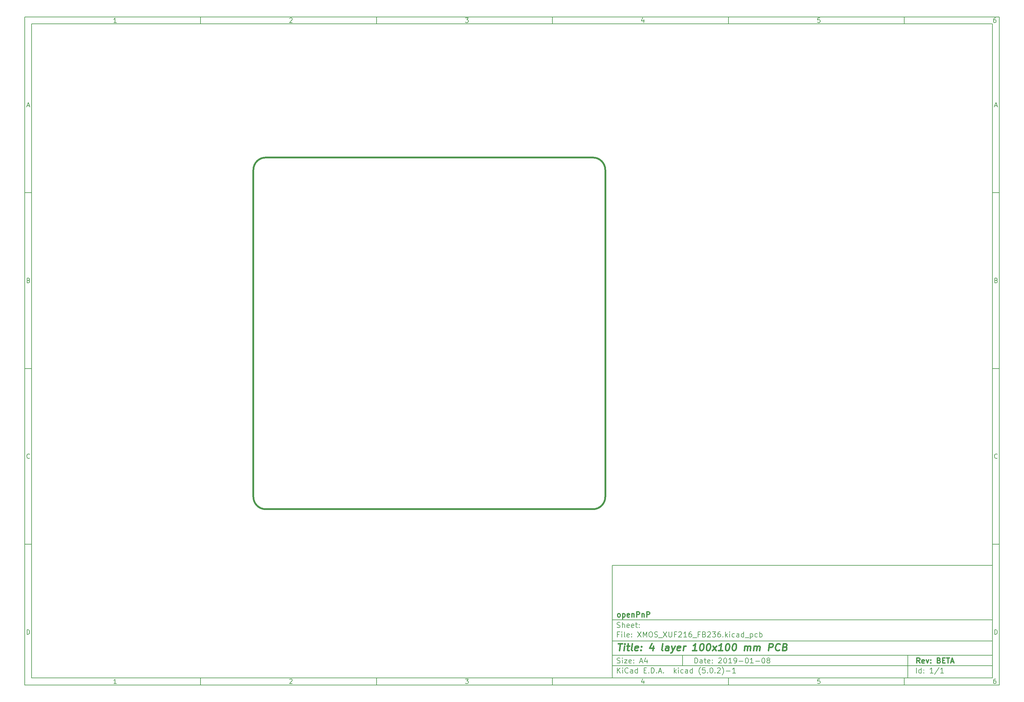
<source format=gbr>
G04 #@! TF.GenerationSoftware,KiCad,Pcbnew,(5.0.2)-1*
G04 #@! TF.CreationDate,2019-01-08T06:01:03+01:00*
G04 #@! TF.ProjectId,XMOS_XUF216_FB236,584d4f53-5f58-4554-9632-31365f464232,BETA*
G04 #@! TF.SameCoordinates,Original*
G04 #@! TF.FileFunction,Profile,NP*
%FSLAX46Y46*%
G04 Gerber Fmt 4.6, Leading zero omitted, Abs format (unit mm)*
G04 Created by KiCad (PCBNEW (5.0.2)-1) date 2019-01-08 06:01:03*
%MOMM*%
%LPD*%
G01*
G04 APERTURE LIST*
%ADD10C,0.100000*%
%ADD11C,0.150000*%
%ADD12C,0.300000*%
%ADD13C,0.400000*%
%ADD14C,0.500000*%
G04 APERTURE END LIST*
D10*
D11*
X177002200Y-166007200D02*
X177002200Y-198007200D01*
X285002200Y-198007200D01*
X285002200Y-166007200D01*
X177002200Y-166007200D01*
D10*
D11*
X10000000Y-10000000D02*
X10000000Y-200007200D01*
X287002200Y-200007200D01*
X287002200Y-10000000D01*
X10000000Y-10000000D01*
D10*
D11*
X12000000Y-12000000D02*
X12000000Y-198007200D01*
X285002200Y-198007200D01*
X285002200Y-12000000D01*
X12000000Y-12000000D01*
D10*
D11*
X60000000Y-12000000D02*
X60000000Y-10000000D01*
D10*
D11*
X110000000Y-12000000D02*
X110000000Y-10000000D01*
D10*
D11*
X160000000Y-12000000D02*
X160000000Y-10000000D01*
D10*
D11*
X210000000Y-12000000D02*
X210000000Y-10000000D01*
D10*
D11*
X260000000Y-12000000D02*
X260000000Y-10000000D01*
D10*
D11*
X36065476Y-11588095D02*
X35322619Y-11588095D01*
X35694047Y-11588095D02*
X35694047Y-10288095D01*
X35570238Y-10473809D01*
X35446428Y-10597619D01*
X35322619Y-10659523D01*
D10*
D11*
X85322619Y-10411904D02*
X85384523Y-10350000D01*
X85508333Y-10288095D01*
X85817857Y-10288095D01*
X85941666Y-10350000D01*
X86003571Y-10411904D01*
X86065476Y-10535714D01*
X86065476Y-10659523D01*
X86003571Y-10845238D01*
X85260714Y-11588095D01*
X86065476Y-11588095D01*
D10*
D11*
X135260714Y-10288095D02*
X136065476Y-10288095D01*
X135632142Y-10783333D01*
X135817857Y-10783333D01*
X135941666Y-10845238D01*
X136003571Y-10907142D01*
X136065476Y-11030952D01*
X136065476Y-11340476D01*
X136003571Y-11464285D01*
X135941666Y-11526190D01*
X135817857Y-11588095D01*
X135446428Y-11588095D01*
X135322619Y-11526190D01*
X135260714Y-11464285D01*
D10*
D11*
X185941666Y-10721428D02*
X185941666Y-11588095D01*
X185632142Y-10226190D02*
X185322619Y-11154761D01*
X186127380Y-11154761D01*
D10*
D11*
X236003571Y-10288095D02*
X235384523Y-10288095D01*
X235322619Y-10907142D01*
X235384523Y-10845238D01*
X235508333Y-10783333D01*
X235817857Y-10783333D01*
X235941666Y-10845238D01*
X236003571Y-10907142D01*
X236065476Y-11030952D01*
X236065476Y-11340476D01*
X236003571Y-11464285D01*
X235941666Y-11526190D01*
X235817857Y-11588095D01*
X235508333Y-11588095D01*
X235384523Y-11526190D01*
X235322619Y-11464285D01*
D10*
D11*
X285941666Y-10288095D02*
X285694047Y-10288095D01*
X285570238Y-10350000D01*
X285508333Y-10411904D01*
X285384523Y-10597619D01*
X285322619Y-10845238D01*
X285322619Y-11340476D01*
X285384523Y-11464285D01*
X285446428Y-11526190D01*
X285570238Y-11588095D01*
X285817857Y-11588095D01*
X285941666Y-11526190D01*
X286003571Y-11464285D01*
X286065476Y-11340476D01*
X286065476Y-11030952D01*
X286003571Y-10907142D01*
X285941666Y-10845238D01*
X285817857Y-10783333D01*
X285570238Y-10783333D01*
X285446428Y-10845238D01*
X285384523Y-10907142D01*
X285322619Y-11030952D01*
D10*
D11*
X60000000Y-198007200D02*
X60000000Y-200007200D01*
D10*
D11*
X110000000Y-198007200D02*
X110000000Y-200007200D01*
D10*
D11*
X160000000Y-198007200D02*
X160000000Y-200007200D01*
D10*
D11*
X210000000Y-198007200D02*
X210000000Y-200007200D01*
D10*
D11*
X260000000Y-198007200D02*
X260000000Y-200007200D01*
D10*
D11*
X36065476Y-199595295D02*
X35322619Y-199595295D01*
X35694047Y-199595295D02*
X35694047Y-198295295D01*
X35570238Y-198481009D01*
X35446428Y-198604819D01*
X35322619Y-198666723D01*
D10*
D11*
X85322619Y-198419104D02*
X85384523Y-198357200D01*
X85508333Y-198295295D01*
X85817857Y-198295295D01*
X85941666Y-198357200D01*
X86003571Y-198419104D01*
X86065476Y-198542914D01*
X86065476Y-198666723D01*
X86003571Y-198852438D01*
X85260714Y-199595295D01*
X86065476Y-199595295D01*
D10*
D11*
X135260714Y-198295295D02*
X136065476Y-198295295D01*
X135632142Y-198790533D01*
X135817857Y-198790533D01*
X135941666Y-198852438D01*
X136003571Y-198914342D01*
X136065476Y-199038152D01*
X136065476Y-199347676D01*
X136003571Y-199471485D01*
X135941666Y-199533390D01*
X135817857Y-199595295D01*
X135446428Y-199595295D01*
X135322619Y-199533390D01*
X135260714Y-199471485D01*
D10*
D11*
X185941666Y-198728628D02*
X185941666Y-199595295D01*
X185632142Y-198233390D02*
X185322619Y-199161961D01*
X186127380Y-199161961D01*
D10*
D11*
X236003571Y-198295295D02*
X235384523Y-198295295D01*
X235322619Y-198914342D01*
X235384523Y-198852438D01*
X235508333Y-198790533D01*
X235817857Y-198790533D01*
X235941666Y-198852438D01*
X236003571Y-198914342D01*
X236065476Y-199038152D01*
X236065476Y-199347676D01*
X236003571Y-199471485D01*
X235941666Y-199533390D01*
X235817857Y-199595295D01*
X235508333Y-199595295D01*
X235384523Y-199533390D01*
X235322619Y-199471485D01*
D10*
D11*
X285941666Y-198295295D02*
X285694047Y-198295295D01*
X285570238Y-198357200D01*
X285508333Y-198419104D01*
X285384523Y-198604819D01*
X285322619Y-198852438D01*
X285322619Y-199347676D01*
X285384523Y-199471485D01*
X285446428Y-199533390D01*
X285570238Y-199595295D01*
X285817857Y-199595295D01*
X285941666Y-199533390D01*
X286003571Y-199471485D01*
X286065476Y-199347676D01*
X286065476Y-199038152D01*
X286003571Y-198914342D01*
X285941666Y-198852438D01*
X285817857Y-198790533D01*
X285570238Y-198790533D01*
X285446428Y-198852438D01*
X285384523Y-198914342D01*
X285322619Y-199038152D01*
D10*
D11*
X10000000Y-60000000D02*
X12000000Y-60000000D01*
D10*
D11*
X10000000Y-110000000D02*
X12000000Y-110000000D01*
D10*
D11*
X10000000Y-160000000D02*
X12000000Y-160000000D01*
D10*
D11*
X10690476Y-35216666D02*
X11309523Y-35216666D01*
X10566666Y-35588095D02*
X11000000Y-34288095D01*
X11433333Y-35588095D01*
D10*
D11*
X11092857Y-84907142D02*
X11278571Y-84969047D01*
X11340476Y-85030952D01*
X11402380Y-85154761D01*
X11402380Y-85340476D01*
X11340476Y-85464285D01*
X11278571Y-85526190D01*
X11154761Y-85588095D01*
X10659523Y-85588095D01*
X10659523Y-84288095D01*
X11092857Y-84288095D01*
X11216666Y-84350000D01*
X11278571Y-84411904D01*
X11340476Y-84535714D01*
X11340476Y-84659523D01*
X11278571Y-84783333D01*
X11216666Y-84845238D01*
X11092857Y-84907142D01*
X10659523Y-84907142D01*
D10*
D11*
X11402380Y-135464285D02*
X11340476Y-135526190D01*
X11154761Y-135588095D01*
X11030952Y-135588095D01*
X10845238Y-135526190D01*
X10721428Y-135402380D01*
X10659523Y-135278571D01*
X10597619Y-135030952D01*
X10597619Y-134845238D01*
X10659523Y-134597619D01*
X10721428Y-134473809D01*
X10845238Y-134350000D01*
X11030952Y-134288095D01*
X11154761Y-134288095D01*
X11340476Y-134350000D01*
X11402380Y-134411904D01*
D10*
D11*
X10659523Y-185588095D02*
X10659523Y-184288095D01*
X10969047Y-184288095D01*
X11154761Y-184350000D01*
X11278571Y-184473809D01*
X11340476Y-184597619D01*
X11402380Y-184845238D01*
X11402380Y-185030952D01*
X11340476Y-185278571D01*
X11278571Y-185402380D01*
X11154761Y-185526190D01*
X10969047Y-185588095D01*
X10659523Y-185588095D01*
D10*
D11*
X287002200Y-60000000D02*
X285002200Y-60000000D01*
D10*
D11*
X287002200Y-110000000D02*
X285002200Y-110000000D01*
D10*
D11*
X287002200Y-160000000D02*
X285002200Y-160000000D01*
D10*
D11*
X285692676Y-35216666D02*
X286311723Y-35216666D01*
X285568866Y-35588095D02*
X286002200Y-34288095D01*
X286435533Y-35588095D01*
D10*
D11*
X286095057Y-84907142D02*
X286280771Y-84969047D01*
X286342676Y-85030952D01*
X286404580Y-85154761D01*
X286404580Y-85340476D01*
X286342676Y-85464285D01*
X286280771Y-85526190D01*
X286156961Y-85588095D01*
X285661723Y-85588095D01*
X285661723Y-84288095D01*
X286095057Y-84288095D01*
X286218866Y-84350000D01*
X286280771Y-84411904D01*
X286342676Y-84535714D01*
X286342676Y-84659523D01*
X286280771Y-84783333D01*
X286218866Y-84845238D01*
X286095057Y-84907142D01*
X285661723Y-84907142D01*
D10*
D11*
X286404580Y-135464285D02*
X286342676Y-135526190D01*
X286156961Y-135588095D01*
X286033152Y-135588095D01*
X285847438Y-135526190D01*
X285723628Y-135402380D01*
X285661723Y-135278571D01*
X285599819Y-135030952D01*
X285599819Y-134845238D01*
X285661723Y-134597619D01*
X285723628Y-134473809D01*
X285847438Y-134350000D01*
X286033152Y-134288095D01*
X286156961Y-134288095D01*
X286342676Y-134350000D01*
X286404580Y-134411904D01*
D10*
D11*
X285661723Y-185588095D02*
X285661723Y-184288095D01*
X285971247Y-184288095D01*
X286156961Y-184350000D01*
X286280771Y-184473809D01*
X286342676Y-184597619D01*
X286404580Y-184845238D01*
X286404580Y-185030952D01*
X286342676Y-185278571D01*
X286280771Y-185402380D01*
X286156961Y-185526190D01*
X285971247Y-185588095D01*
X285661723Y-185588095D01*
D10*
D11*
X200434342Y-193785771D02*
X200434342Y-192285771D01*
X200791485Y-192285771D01*
X201005771Y-192357200D01*
X201148628Y-192500057D01*
X201220057Y-192642914D01*
X201291485Y-192928628D01*
X201291485Y-193142914D01*
X201220057Y-193428628D01*
X201148628Y-193571485D01*
X201005771Y-193714342D01*
X200791485Y-193785771D01*
X200434342Y-193785771D01*
X202577200Y-193785771D02*
X202577200Y-193000057D01*
X202505771Y-192857200D01*
X202362914Y-192785771D01*
X202077200Y-192785771D01*
X201934342Y-192857200D01*
X202577200Y-193714342D02*
X202434342Y-193785771D01*
X202077200Y-193785771D01*
X201934342Y-193714342D01*
X201862914Y-193571485D01*
X201862914Y-193428628D01*
X201934342Y-193285771D01*
X202077200Y-193214342D01*
X202434342Y-193214342D01*
X202577200Y-193142914D01*
X203077200Y-192785771D02*
X203648628Y-192785771D01*
X203291485Y-192285771D02*
X203291485Y-193571485D01*
X203362914Y-193714342D01*
X203505771Y-193785771D01*
X203648628Y-193785771D01*
X204720057Y-193714342D02*
X204577200Y-193785771D01*
X204291485Y-193785771D01*
X204148628Y-193714342D01*
X204077200Y-193571485D01*
X204077200Y-193000057D01*
X204148628Y-192857200D01*
X204291485Y-192785771D01*
X204577200Y-192785771D01*
X204720057Y-192857200D01*
X204791485Y-193000057D01*
X204791485Y-193142914D01*
X204077200Y-193285771D01*
X205434342Y-193642914D02*
X205505771Y-193714342D01*
X205434342Y-193785771D01*
X205362914Y-193714342D01*
X205434342Y-193642914D01*
X205434342Y-193785771D01*
X205434342Y-192857200D02*
X205505771Y-192928628D01*
X205434342Y-193000057D01*
X205362914Y-192928628D01*
X205434342Y-192857200D01*
X205434342Y-193000057D01*
X207220057Y-192428628D02*
X207291485Y-192357200D01*
X207434342Y-192285771D01*
X207791485Y-192285771D01*
X207934342Y-192357200D01*
X208005771Y-192428628D01*
X208077200Y-192571485D01*
X208077200Y-192714342D01*
X208005771Y-192928628D01*
X207148628Y-193785771D01*
X208077200Y-193785771D01*
X209005771Y-192285771D02*
X209148628Y-192285771D01*
X209291485Y-192357200D01*
X209362914Y-192428628D01*
X209434342Y-192571485D01*
X209505771Y-192857200D01*
X209505771Y-193214342D01*
X209434342Y-193500057D01*
X209362914Y-193642914D01*
X209291485Y-193714342D01*
X209148628Y-193785771D01*
X209005771Y-193785771D01*
X208862914Y-193714342D01*
X208791485Y-193642914D01*
X208720057Y-193500057D01*
X208648628Y-193214342D01*
X208648628Y-192857200D01*
X208720057Y-192571485D01*
X208791485Y-192428628D01*
X208862914Y-192357200D01*
X209005771Y-192285771D01*
X210934342Y-193785771D02*
X210077200Y-193785771D01*
X210505771Y-193785771D02*
X210505771Y-192285771D01*
X210362914Y-192500057D01*
X210220057Y-192642914D01*
X210077200Y-192714342D01*
X211648628Y-193785771D02*
X211934342Y-193785771D01*
X212077200Y-193714342D01*
X212148628Y-193642914D01*
X212291485Y-193428628D01*
X212362914Y-193142914D01*
X212362914Y-192571485D01*
X212291485Y-192428628D01*
X212220057Y-192357200D01*
X212077200Y-192285771D01*
X211791485Y-192285771D01*
X211648628Y-192357200D01*
X211577200Y-192428628D01*
X211505771Y-192571485D01*
X211505771Y-192928628D01*
X211577200Y-193071485D01*
X211648628Y-193142914D01*
X211791485Y-193214342D01*
X212077200Y-193214342D01*
X212220057Y-193142914D01*
X212291485Y-193071485D01*
X212362914Y-192928628D01*
X213005771Y-193214342D02*
X214148628Y-193214342D01*
X215148628Y-192285771D02*
X215291485Y-192285771D01*
X215434342Y-192357200D01*
X215505771Y-192428628D01*
X215577200Y-192571485D01*
X215648628Y-192857200D01*
X215648628Y-193214342D01*
X215577200Y-193500057D01*
X215505771Y-193642914D01*
X215434342Y-193714342D01*
X215291485Y-193785771D01*
X215148628Y-193785771D01*
X215005771Y-193714342D01*
X214934342Y-193642914D01*
X214862914Y-193500057D01*
X214791485Y-193214342D01*
X214791485Y-192857200D01*
X214862914Y-192571485D01*
X214934342Y-192428628D01*
X215005771Y-192357200D01*
X215148628Y-192285771D01*
X217077200Y-193785771D02*
X216220057Y-193785771D01*
X216648628Y-193785771D02*
X216648628Y-192285771D01*
X216505771Y-192500057D01*
X216362914Y-192642914D01*
X216220057Y-192714342D01*
X217720057Y-193214342D02*
X218862914Y-193214342D01*
X219862914Y-192285771D02*
X220005771Y-192285771D01*
X220148628Y-192357200D01*
X220220057Y-192428628D01*
X220291485Y-192571485D01*
X220362914Y-192857200D01*
X220362914Y-193214342D01*
X220291485Y-193500057D01*
X220220057Y-193642914D01*
X220148628Y-193714342D01*
X220005771Y-193785771D01*
X219862914Y-193785771D01*
X219720057Y-193714342D01*
X219648628Y-193642914D01*
X219577200Y-193500057D01*
X219505771Y-193214342D01*
X219505771Y-192857200D01*
X219577200Y-192571485D01*
X219648628Y-192428628D01*
X219720057Y-192357200D01*
X219862914Y-192285771D01*
X221220057Y-192928628D02*
X221077200Y-192857200D01*
X221005771Y-192785771D01*
X220934342Y-192642914D01*
X220934342Y-192571485D01*
X221005771Y-192428628D01*
X221077200Y-192357200D01*
X221220057Y-192285771D01*
X221505771Y-192285771D01*
X221648628Y-192357200D01*
X221720057Y-192428628D01*
X221791485Y-192571485D01*
X221791485Y-192642914D01*
X221720057Y-192785771D01*
X221648628Y-192857200D01*
X221505771Y-192928628D01*
X221220057Y-192928628D01*
X221077200Y-193000057D01*
X221005771Y-193071485D01*
X220934342Y-193214342D01*
X220934342Y-193500057D01*
X221005771Y-193642914D01*
X221077200Y-193714342D01*
X221220057Y-193785771D01*
X221505771Y-193785771D01*
X221648628Y-193714342D01*
X221720057Y-193642914D01*
X221791485Y-193500057D01*
X221791485Y-193214342D01*
X221720057Y-193071485D01*
X221648628Y-193000057D01*
X221505771Y-192928628D01*
D10*
D11*
X177002200Y-194507200D02*
X285002200Y-194507200D01*
D10*
D11*
X178434342Y-196585771D02*
X178434342Y-195085771D01*
X179291485Y-196585771D02*
X178648628Y-195728628D01*
X179291485Y-195085771D02*
X178434342Y-195942914D01*
X179934342Y-196585771D02*
X179934342Y-195585771D01*
X179934342Y-195085771D02*
X179862914Y-195157200D01*
X179934342Y-195228628D01*
X180005771Y-195157200D01*
X179934342Y-195085771D01*
X179934342Y-195228628D01*
X181505771Y-196442914D02*
X181434342Y-196514342D01*
X181220057Y-196585771D01*
X181077200Y-196585771D01*
X180862914Y-196514342D01*
X180720057Y-196371485D01*
X180648628Y-196228628D01*
X180577200Y-195942914D01*
X180577200Y-195728628D01*
X180648628Y-195442914D01*
X180720057Y-195300057D01*
X180862914Y-195157200D01*
X181077200Y-195085771D01*
X181220057Y-195085771D01*
X181434342Y-195157200D01*
X181505771Y-195228628D01*
X182791485Y-196585771D02*
X182791485Y-195800057D01*
X182720057Y-195657200D01*
X182577200Y-195585771D01*
X182291485Y-195585771D01*
X182148628Y-195657200D01*
X182791485Y-196514342D02*
X182648628Y-196585771D01*
X182291485Y-196585771D01*
X182148628Y-196514342D01*
X182077200Y-196371485D01*
X182077200Y-196228628D01*
X182148628Y-196085771D01*
X182291485Y-196014342D01*
X182648628Y-196014342D01*
X182791485Y-195942914D01*
X184148628Y-196585771D02*
X184148628Y-195085771D01*
X184148628Y-196514342D02*
X184005771Y-196585771D01*
X183720057Y-196585771D01*
X183577200Y-196514342D01*
X183505771Y-196442914D01*
X183434342Y-196300057D01*
X183434342Y-195871485D01*
X183505771Y-195728628D01*
X183577200Y-195657200D01*
X183720057Y-195585771D01*
X184005771Y-195585771D01*
X184148628Y-195657200D01*
X186005771Y-195800057D02*
X186505771Y-195800057D01*
X186720057Y-196585771D02*
X186005771Y-196585771D01*
X186005771Y-195085771D01*
X186720057Y-195085771D01*
X187362914Y-196442914D02*
X187434342Y-196514342D01*
X187362914Y-196585771D01*
X187291485Y-196514342D01*
X187362914Y-196442914D01*
X187362914Y-196585771D01*
X188077200Y-196585771D02*
X188077200Y-195085771D01*
X188434342Y-195085771D01*
X188648628Y-195157200D01*
X188791485Y-195300057D01*
X188862914Y-195442914D01*
X188934342Y-195728628D01*
X188934342Y-195942914D01*
X188862914Y-196228628D01*
X188791485Y-196371485D01*
X188648628Y-196514342D01*
X188434342Y-196585771D01*
X188077200Y-196585771D01*
X189577200Y-196442914D02*
X189648628Y-196514342D01*
X189577200Y-196585771D01*
X189505771Y-196514342D01*
X189577200Y-196442914D01*
X189577200Y-196585771D01*
X190220057Y-196157200D02*
X190934342Y-196157200D01*
X190077200Y-196585771D02*
X190577200Y-195085771D01*
X191077200Y-196585771D01*
X191577200Y-196442914D02*
X191648628Y-196514342D01*
X191577200Y-196585771D01*
X191505771Y-196514342D01*
X191577200Y-196442914D01*
X191577200Y-196585771D01*
X194577200Y-196585771D02*
X194577200Y-195085771D01*
X194720057Y-196014342D02*
X195148628Y-196585771D01*
X195148628Y-195585771D02*
X194577200Y-196157200D01*
X195791485Y-196585771D02*
X195791485Y-195585771D01*
X195791485Y-195085771D02*
X195720057Y-195157200D01*
X195791485Y-195228628D01*
X195862914Y-195157200D01*
X195791485Y-195085771D01*
X195791485Y-195228628D01*
X197148628Y-196514342D02*
X197005771Y-196585771D01*
X196720057Y-196585771D01*
X196577200Y-196514342D01*
X196505771Y-196442914D01*
X196434342Y-196300057D01*
X196434342Y-195871485D01*
X196505771Y-195728628D01*
X196577200Y-195657200D01*
X196720057Y-195585771D01*
X197005771Y-195585771D01*
X197148628Y-195657200D01*
X198434342Y-196585771D02*
X198434342Y-195800057D01*
X198362914Y-195657200D01*
X198220057Y-195585771D01*
X197934342Y-195585771D01*
X197791485Y-195657200D01*
X198434342Y-196514342D02*
X198291485Y-196585771D01*
X197934342Y-196585771D01*
X197791485Y-196514342D01*
X197720057Y-196371485D01*
X197720057Y-196228628D01*
X197791485Y-196085771D01*
X197934342Y-196014342D01*
X198291485Y-196014342D01*
X198434342Y-195942914D01*
X199791485Y-196585771D02*
X199791485Y-195085771D01*
X199791485Y-196514342D02*
X199648628Y-196585771D01*
X199362914Y-196585771D01*
X199220057Y-196514342D01*
X199148628Y-196442914D01*
X199077200Y-196300057D01*
X199077200Y-195871485D01*
X199148628Y-195728628D01*
X199220057Y-195657200D01*
X199362914Y-195585771D01*
X199648628Y-195585771D01*
X199791485Y-195657200D01*
X202077200Y-197157200D02*
X202005771Y-197085771D01*
X201862914Y-196871485D01*
X201791485Y-196728628D01*
X201720057Y-196514342D01*
X201648628Y-196157200D01*
X201648628Y-195871485D01*
X201720057Y-195514342D01*
X201791485Y-195300057D01*
X201862914Y-195157200D01*
X202005771Y-194942914D01*
X202077200Y-194871485D01*
X203362914Y-195085771D02*
X202648628Y-195085771D01*
X202577200Y-195800057D01*
X202648628Y-195728628D01*
X202791485Y-195657200D01*
X203148628Y-195657200D01*
X203291485Y-195728628D01*
X203362914Y-195800057D01*
X203434342Y-195942914D01*
X203434342Y-196300057D01*
X203362914Y-196442914D01*
X203291485Y-196514342D01*
X203148628Y-196585771D01*
X202791485Y-196585771D01*
X202648628Y-196514342D01*
X202577200Y-196442914D01*
X204077200Y-196442914D02*
X204148628Y-196514342D01*
X204077200Y-196585771D01*
X204005771Y-196514342D01*
X204077200Y-196442914D01*
X204077200Y-196585771D01*
X205077200Y-195085771D02*
X205220057Y-195085771D01*
X205362914Y-195157200D01*
X205434342Y-195228628D01*
X205505771Y-195371485D01*
X205577200Y-195657200D01*
X205577200Y-196014342D01*
X205505771Y-196300057D01*
X205434342Y-196442914D01*
X205362914Y-196514342D01*
X205220057Y-196585771D01*
X205077200Y-196585771D01*
X204934342Y-196514342D01*
X204862914Y-196442914D01*
X204791485Y-196300057D01*
X204720057Y-196014342D01*
X204720057Y-195657200D01*
X204791485Y-195371485D01*
X204862914Y-195228628D01*
X204934342Y-195157200D01*
X205077200Y-195085771D01*
X206220057Y-196442914D02*
X206291485Y-196514342D01*
X206220057Y-196585771D01*
X206148628Y-196514342D01*
X206220057Y-196442914D01*
X206220057Y-196585771D01*
X206862914Y-195228628D02*
X206934342Y-195157200D01*
X207077200Y-195085771D01*
X207434342Y-195085771D01*
X207577200Y-195157200D01*
X207648628Y-195228628D01*
X207720057Y-195371485D01*
X207720057Y-195514342D01*
X207648628Y-195728628D01*
X206791485Y-196585771D01*
X207720057Y-196585771D01*
X208220057Y-197157200D02*
X208291485Y-197085771D01*
X208434342Y-196871485D01*
X208505771Y-196728628D01*
X208577200Y-196514342D01*
X208648628Y-196157200D01*
X208648628Y-195871485D01*
X208577200Y-195514342D01*
X208505771Y-195300057D01*
X208434342Y-195157200D01*
X208291485Y-194942914D01*
X208220057Y-194871485D01*
X209362914Y-196014342D02*
X210505771Y-196014342D01*
X212005771Y-196585771D02*
X211148628Y-196585771D01*
X211577200Y-196585771D02*
X211577200Y-195085771D01*
X211434342Y-195300057D01*
X211291485Y-195442914D01*
X211148628Y-195514342D01*
D10*
D11*
X177002200Y-191507200D02*
X285002200Y-191507200D01*
D10*
D12*
X264411485Y-193785771D02*
X263911485Y-193071485D01*
X263554342Y-193785771D02*
X263554342Y-192285771D01*
X264125771Y-192285771D01*
X264268628Y-192357200D01*
X264340057Y-192428628D01*
X264411485Y-192571485D01*
X264411485Y-192785771D01*
X264340057Y-192928628D01*
X264268628Y-193000057D01*
X264125771Y-193071485D01*
X263554342Y-193071485D01*
X265625771Y-193714342D02*
X265482914Y-193785771D01*
X265197200Y-193785771D01*
X265054342Y-193714342D01*
X264982914Y-193571485D01*
X264982914Y-193000057D01*
X265054342Y-192857200D01*
X265197200Y-192785771D01*
X265482914Y-192785771D01*
X265625771Y-192857200D01*
X265697200Y-193000057D01*
X265697200Y-193142914D01*
X264982914Y-193285771D01*
X266197200Y-192785771D02*
X266554342Y-193785771D01*
X266911485Y-192785771D01*
X267482914Y-193642914D02*
X267554342Y-193714342D01*
X267482914Y-193785771D01*
X267411485Y-193714342D01*
X267482914Y-193642914D01*
X267482914Y-193785771D01*
X267482914Y-192857200D02*
X267554342Y-192928628D01*
X267482914Y-193000057D01*
X267411485Y-192928628D01*
X267482914Y-192857200D01*
X267482914Y-193000057D01*
X269840057Y-193000057D02*
X270054342Y-193071485D01*
X270125771Y-193142914D01*
X270197200Y-193285771D01*
X270197200Y-193500057D01*
X270125771Y-193642914D01*
X270054342Y-193714342D01*
X269911485Y-193785771D01*
X269340057Y-193785771D01*
X269340057Y-192285771D01*
X269840057Y-192285771D01*
X269982914Y-192357200D01*
X270054342Y-192428628D01*
X270125771Y-192571485D01*
X270125771Y-192714342D01*
X270054342Y-192857200D01*
X269982914Y-192928628D01*
X269840057Y-193000057D01*
X269340057Y-193000057D01*
X270840057Y-193000057D02*
X271340057Y-193000057D01*
X271554342Y-193785771D02*
X270840057Y-193785771D01*
X270840057Y-192285771D01*
X271554342Y-192285771D01*
X271982914Y-192285771D02*
X272840057Y-192285771D01*
X272411485Y-193785771D02*
X272411485Y-192285771D01*
X273268628Y-193357200D02*
X273982914Y-193357200D01*
X273125771Y-193785771D02*
X273625771Y-192285771D01*
X274125771Y-193785771D01*
D10*
D11*
X178362914Y-193714342D02*
X178577200Y-193785771D01*
X178934342Y-193785771D01*
X179077200Y-193714342D01*
X179148628Y-193642914D01*
X179220057Y-193500057D01*
X179220057Y-193357200D01*
X179148628Y-193214342D01*
X179077200Y-193142914D01*
X178934342Y-193071485D01*
X178648628Y-193000057D01*
X178505771Y-192928628D01*
X178434342Y-192857200D01*
X178362914Y-192714342D01*
X178362914Y-192571485D01*
X178434342Y-192428628D01*
X178505771Y-192357200D01*
X178648628Y-192285771D01*
X179005771Y-192285771D01*
X179220057Y-192357200D01*
X179862914Y-193785771D02*
X179862914Y-192785771D01*
X179862914Y-192285771D02*
X179791485Y-192357200D01*
X179862914Y-192428628D01*
X179934342Y-192357200D01*
X179862914Y-192285771D01*
X179862914Y-192428628D01*
X180434342Y-192785771D02*
X181220057Y-192785771D01*
X180434342Y-193785771D01*
X181220057Y-193785771D01*
X182362914Y-193714342D02*
X182220057Y-193785771D01*
X181934342Y-193785771D01*
X181791485Y-193714342D01*
X181720057Y-193571485D01*
X181720057Y-193000057D01*
X181791485Y-192857200D01*
X181934342Y-192785771D01*
X182220057Y-192785771D01*
X182362914Y-192857200D01*
X182434342Y-193000057D01*
X182434342Y-193142914D01*
X181720057Y-193285771D01*
X183077200Y-193642914D02*
X183148628Y-193714342D01*
X183077200Y-193785771D01*
X183005771Y-193714342D01*
X183077200Y-193642914D01*
X183077200Y-193785771D01*
X183077200Y-192857200D02*
X183148628Y-192928628D01*
X183077200Y-193000057D01*
X183005771Y-192928628D01*
X183077200Y-192857200D01*
X183077200Y-193000057D01*
X184862914Y-193357200D02*
X185577200Y-193357200D01*
X184720057Y-193785771D02*
X185220057Y-192285771D01*
X185720057Y-193785771D01*
X186862914Y-192785771D02*
X186862914Y-193785771D01*
X186505771Y-192214342D02*
X186148628Y-193285771D01*
X187077200Y-193285771D01*
D10*
D11*
X263434342Y-196585771D02*
X263434342Y-195085771D01*
X264791485Y-196585771D02*
X264791485Y-195085771D01*
X264791485Y-196514342D02*
X264648628Y-196585771D01*
X264362914Y-196585771D01*
X264220057Y-196514342D01*
X264148628Y-196442914D01*
X264077200Y-196300057D01*
X264077200Y-195871485D01*
X264148628Y-195728628D01*
X264220057Y-195657200D01*
X264362914Y-195585771D01*
X264648628Y-195585771D01*
X264791485Y-195657200D01*
X265505771Y-196442914D02*
X265577200Y-196514342D01*
X265505771Y-196585771D01*
X265434342Y-196514342D01*
X265505771Y-196442914D01*
X265505771Y-196585771D01*
X265505771Y-195657200D02*
X265577200Y-195728628D01*
X265505771Y-195800057D01*
X265434342Y-195728628D01*
X265505771Y-195657200D01*
X265505771Y-195800057D01*
X268148628Y-196585771D02*
X267291485Y-196585771D01*
X267720057Y-196585771D02*
X267720057Y-195085771D01*
X267577200Y-195300057D01*
X267434342Y-195442914D01*
X267291485Y-195514342D01*
X269862914Y-195014342D02*
X268577200Y-196942914D01*
X271148628Y-196585771D02*
X270291485Y-196585771D01*
X270720057Y-196585771D02*
X270720057Y-195085771D01*
X270577200Y-195300057D01*
X270434342Y-195442914D01*
X270291485Y-195514342D01*
D10*
D11*
X177002200Y-187507200D02*
X285002200Y-187507200D01*
D10*
D13*
X178714580Y-188211961D02*
X179857438Y-188211961D01*
X179036009Y-190211961D02*
X179286009Y-188211961D01*
X180274104Y-190211961D02*
X180440771Y-188878628D01*
X180524104Y-188211961D02*
X180416961Y-188307200D01*
X180500295Y-188402438D01*
X180607438Y-188307200D01*
X180524104Y-188211961D01*
X180500295Y-188402438D01*
X181107438Y-188878628D02*
X181869342Y-188878628D01*
X181476485Y-188211961D02*
X181262200Y-189926247D01*
X181333628Y-190116723D01*
X181512200Y-190211961D01*
X181702676Y-190211961D01*
X182655057Y-190211961D02*
X182476485Y-190116723D01*
X182405057Y-189926247D01*
X182619342Y-188211961D01*
X184190771Y-190116723D02*
X183988390Y-190211961D01*
X183607438Y-190211961D01*
X183428866Y-190116723D01*
X183357438Y-189926247D01*
X183452676Y-189164342D01*
X183571723Y-188973866D01*
X183774104Y-188878628D01*
X184155057Y-188878628D01*
X184333628Y-188973866D01*
X184405057Y-189164342D01*
X184381247Y-189354819D01*
X183405057Y-189545295D01*
X185155057Y-190021485D02*
X185238390Y-190116723D01*
X185131247Y-190211961D01*
X185047914Y-190116723D01*
X185155057Y-190021485D01*
X185131247Y-190211961D01*
X185286009Y-188973866D02*
X185369342Y-189069104D01*
X185262200Y-189164342D01*
X185178866Y-189069104D01*
X185286009Y-188973866D01*
X185262200Y-189164342D01*
X188631247Y-188878628D02*
X188464580Y-190211961D01*
X188250295Y-188116723D02*
X187595533Y-189545295D01*
X188833628Y-189545295D01*
X191321723Y-190211961D02*
X191143152Y-190116723D01*
X191071723Y-189926247D01*
X191286009Y-188211961D01*
X192940771Y-190211961D02*
X193071723Y-189164342D01*
X193000295Y-188973866D01*
X192821723Y-188878628D01*
X192440771Y-188878628D01*
X192238390Y-188973866D01*
X192952676Y-190116723D02*
X192750295Y-190211961D01*
X192274104Y-190211961D01*
X192095533Y-190116723D01*
X192024104Y-189926247D01*
X192047914Y-189735771D01*
X192166961Y-189545295D01*
X192369342Y-189450057D01*
X192845533Y-189450057D01*
X193047914Y-189354819D01*
X193869342Y-188878628D02*
X194178866Y-190211961D01*
X194821723Y-188878628D02*
X194178866Y-190211961D01*
X193928866Y-190688152D01*
X193821723Y-190783390D01*
X193619342Y-190878628D01*
X196190771Y-190116723D02*
X195988390Y-190211961D01*
X195607438Y-190211961D01*
X195428866Y-190116723D01*
X195357438Y-189926247D01*
X195452676Y-189164342D01*
X195571723Y-188973866D01*
X195774104Y-188878628D01*
X196155057Y-188878628D01*
X196333628Y-188973866D01*
X196405057Y-189164342D01*
X196381247Y-189354819D01*
X195405057Y-189545295D01*
X197131247Y-190211961D02*
X197297914Y-188878628D01*
X197250295Y-189259580D02*
X197369342Y-189069104D01*
X197476485Y-188973866D01*
X197678866Y-188878628D01*
X197869342Y-188878628D01*
X200940771Y-190211961D02*
X199797914Y-190211961D01*
X200369342Y-190211961D02*
X200619342Y-188211961D01*
X200393152Y-188497676D01*
X200178866Y-188688152D01*
X199976485Y-188783390D01*
X202428866Y-188211961D02*
X202619342Y-188211961D01*
X202797914Y-188307200D01*
X202881247Y-188402438D01*
X202952676Y-188592914D01*
X203000295Y-188973866D01*
X202940771Y-189450057D01*
X202797914Y-189831009D01*
X202678866Y-190021485D01*
X202571723Y-190116723D01*
X202369342Y-190211961D01*
X202178866Y-190211961D01*
X202000295Y-190116723D01*
X201916961Y-190021485D01*
X201845533Y-189831009D01*
X201797914Y-189450057D01*
X201857438Y-188973866D01*
X202000295Y-188592914D01*
X202119342Y-188402438D01*
X202226485Y-188307200D01*
X202428866Y-188211961D01*
X204333628Y-188211961D02*
X204524104Y-188211961D01*
X204702676Y-188307200D01*
X204786009Y-188402438D01*
X204857438Y-188592914D01*
X204905057Y-188973866D01*
X204845533Y-189450057D01*
X204702676Y-189831009D01*
X204583628Y-190021485D01*
X204476485Y-190116723D01*
X204274104Y-190211961D01*
X204083628Y-190211961D01*
X203905057Y-190116723D01*
X203821723Y-190021485D01*
X203750295Y-189831009D01*
X203702676Y-189450057D01*
X203762200Y-188973866D01*
X203905057Y-188592914D01*
X204024104Y-188402438D01*
X204131247Y-188307200D01*
X204333628Y-188211961D01*
X205416961Y-190211961D02*
X206631247Y-188878628D01*
X205583628Y-188878628D02*
X206464580Y-190211961D01*
X208274104Y-190211961D02*
X207131247Y-190211961D01*
X207702676Y-190211961D02*
X207952676Y-188211961D01*
X207726485Y-188497676D01*
X207512200Y-188688152D01*
X207309819Y-188783390D01*
X209762200Y-188211961D02*
X209952676Y-188211961D01*
X210131247Y-188307200D01*
X210214580Y-188402438D01*
X210286009Y-188592914D01*
X210333628Y-188973866D01*
X210274104Y-189450057D01*
X210131247Y-189831009D01*
X210012200Y-190021485D01*
X209905057Y-190116723D01*
X209702676Y-190211961D01*
X209512200Y-190211961D01*
X209333628Y-190116723D01*
X209250295Y-190021485D01*
X209178866Y-189831009D01*
X209131247Y-189450057D01*
X209190771Y-188973866D01*
X209333628Y-188592914D01*
X209452676Y-188402438D01*
X209559819Y-188307200D01*
X209762200Y-188211961D01*
X211666961Y-188211961D02*
X211857438Y-188211961D01*
X212036009Y-188307200D01*
X212119342Y-188402438D01*
X212190771Y-188592914D01*
X212238390Y-188973866D01*
X212178866Y-189450057D01*
X212036009Y-189831009D01*
X211916961Y-190021485D01*
X211809819Y-190116723D01*
X211607438Y-190211961D01*
X211416961Y-190211961D01*
X211238390Y-190116723D01*
X211155057Y-190021485D01*
X211083628Y-189831009D01*
X211036009Y-189450057D01*
X211095533Y-188973866D01*
X211238390Y-188592914D01*
X211357438Y-188402438D01*
X211464580Y-188307200D01*
X211666961Y-188211961D01*
X214464580Y-190211961D02*
X214631247Y-188878628D01*
X214607438Y-189069104D02*
X214714580Y-188973866D01*
X214916961Y-188878628D01*
X215202676Y-188878628D01*
X215381247Y-188973866D01*
X215452676Y-189164342D01*
X215321723Y-190211961D01*
X215452676Y-189164342D02*
X215571723Y-188973866D01*
X215774104Y-188878628D01*
X216059819Y-188878628D01*
X216238390Y-188973866D01*
X216309819Y-189164342D01*
X216178866Y-190211961D01*
X217131247Y-190211961D02*
X217297914Y-188878628D01*
X217274104Y-189069104D02*
X217381247Y-188973866D01*
X217583628Y-188878628D01*
X217869342Y-188878628D01*
X218047914Y-188973866D01*
X218119342Y-189164342D01*
X217988390Y-190211961D01*
X218119342Y-189164342D02*
X218238390Y-188973866D01*
X218440771Y-188878628D01*
X218726485Y-188878628D01*
X218905057Y-188973866D01*
X218976485Y-189164342D01*
X218845533Y-190211961D01*
X221321723Y-190211961D02*
X221571723Y-188211961D01*
X222333628Y-188211961D01*
X222512199Y-188307200D01*
X222595533Y-188402438D01*
X222666961Y-188592914D01*
X222631247Y-188878628D01*
X222512199Y-189069104D01*
X222405057Y-189164342D01*
X222202676Y-189259580D01*
X221440771Y-189259580D01*
X224488390Y-190021485D02*
X224381247Y-190116723D01*
X224083628Y-190211961D01*
X223893152Y-190211961D01*
X223619342Y-190116723D01*
X223452676Y-189926247D01*
X223381247Y-189735771D01*
X223333628Y-189354819D01*
X223369342Y-189069104D01*
X223512200Y-188688152D01*
X223631247Y-188497676D01*
X223845533Y-188307200D01*
X224143152Y-188211961D01*
X224333628Y-188211961D01*
X224607438Y-188307200D01*
X224690771Y-188402438D01*
X226119342Y-189164342D02*
X226393152Y-189259580D01*
X226476485Y-189354819D01*
X226547914Y-189545295D01*
X226512199Y-189831009D01*
X226393152Y-190021485D01*
X226286009Y-190116723D01*
X226083628Y-190211961D01*
X225321723Y-190211961D01*
X225571723Y-188211961D01*
X226238390Y-188211961D01*
X226416961Y-188307200D01*
X226500295Y-188402438D01*
X226571723Y-188592914D01*
X226547914Y-188783390D01*
X226428866Y-188973866D01*
X226321723Y-189069104D01*
X226119342Y-189164342D01*
X225452676Y-189164342D01*
D10*
D11*
X178934342Y-185600057D02*
X178434342Y-185600057D01*
X178434342Y-186385771D02*
X178434342Y-184885771D01*
X179148628Y-184885771D01*
X179720057Y-186385771D02*
X179720057Y-185385771D01*
X179720057Y-184885771D02*
X179648628Y-184957200D01*
X179720057Y-185028628D01*
X179791485Y-184957200D01*
X179720057Y-184885771D01*
X179720057Y-185028628D01*
X180648628Y-186385771D02*
X180505771Y-186314342D01*
X180434342Y-186171485D01*
X180434342Y-184885771D01*
X181791485Y-186314342D02*
X181648628Y-186385771D01*
X181362914Y-186385771D01*
X181220057Y-186314342D01*
X181148628Y-186171485D01*
X181148628Y-185600057D01*
X181220057Y-185457200D01*
X181362914Y-185385771D01*
X181648628Y-185385771D01*
X181791485Y-185457200D01*
X181862914Y-185600057D01*
X181862914Y-185742914D01*
X181148628Y-185885771D01*
X182505771Y-186242914D02*
X182577200Y-186314342D01*
X182505771Y-186385771D01*
X182434342Y-186314342D01*
X182505771Y-186242914D01*
X182505771Y-186385771D01*
X182505771Y-185457200D02*
X182577200Y-185528628D01*
X182505771Y-185600057D01*
X182434342Y-185528628D01*
X182505771Y-185457200D01*
X182505771Y-185600057D01*
X184220057Y-184885771D02*
X185220057Y-186385771D01*
X185220057Y-184885771D02*
X184220057Y-186385771D01*
X185791485Y-186385771D02*
X185791485Y-184885771D01*
X186291485Y-185957200D01*
X186791485Y-184885771D01*
X186791485Y-186385771D01*
X187791485Y-184885771D02*
X188077200Y-184885771D01*
X188220057Y-184957200D01*
X188362914Y-185100057D01*
X188434342Y-185385771D01*
X188434342Y-185885771D01*
X188362914Y-186171485D01*
X188220057Y-186314342D01*
X188077200Y-186385771D01*
X187791485Y-186385771D01*
X187648628Y-186314342D01*
X187505771Y-186171485D01*
X187434342Y-185885771D01*
X187434342Y-185385771D01*
X187505771Y-185100057D01*
X187648628Y-184957200D01*
X187791485Y-184885771D01*
X189005771Y-186314342D02*
X189220057Y-186385771D01*
X189577200Y-186385771D01*
X189720057Y-186314342D01*
X189791485Y-186242914D01*
X189862914Y-186100057D01*
X189862914Y-185957200D01*
X189791485Y-185814342D01*
X189720057Y-185742914D01*
X189577200Y-185671485D01*
X189291485Y-185600057D01*
X189148628Y-185528628D01*
X189077200Y-185457200D01*
X189005771Y-185314342D01*
X189005771Y-185171485D01*
X189077200Y-185028628D01*
X189148628Y-184957200D01*
X189291485Y-184885771D01*
X189648628Y-184885771D01*
X189862914Y-184957200D01*
X190148628Y-186528628D02*
X191291485Y-186528628D01*
X191505771Y-184885771D02*
X192505771Y-186385771D01*
X192505771Y-184885771D02*
X191505771Y-186385771D01*
X193077200Y-184885771D02*
X193077200Y-186100057D01*
X193148628Y-186242914D01*
X193220057Y-186314342D01*
X193362914Y-186385771D01*
X193648628Y-186385771D01*
X193791485Y-186314342D01*
X193862914Y-186242914D01*
X193934342Y-186100057D01*
X193934342Y-184885771D01*
X195148628Y-185600057D02*
X194648628Y-185600057D01*
X194648628Y-186385771D02*
X194648628Y-184885771D01*
X195362914Y-184885771D01*
X195862914Y-185028628D02*
X195934342Y-184957200D01*
X196077200Y-184885771D01*
X196434342Y-184885771D01*
X196577200Y-184957200D01*
X196648628Y-185028628D01*
X196720057Y-185171485D01*
X196720057Y-185314342D01*
X196648628Y-185528628D01*
X195791485Y-186385771D01*
X196720057Y-186385771D01*
X198148628Y-186385771D02*
X197291485Y-186385771D01*
X197720057Y-186385771D02*
X197720057Y-184885771D01*
X197577200Y-185100057D01*
X197434342Y-185242914D01*
X197291485Y-185314342D01*
X199434342Y-184885771D02*
X199148628Y-184885771D01*
X199005771Y-184957200D01*
X198934342Y-185028628D01*
X198791485Y-185242914D01*
X198720057Y-185528628D01*
X198720057Y-186100057D01*
X198791485Y-186242914D01*
X198862914Y-186314342D01*
X199005771Y-186385771D01*
X199291485Y-186385771D01*
X199434342Y-186314342D01*
X199505771Y-186242914D01*
X199577200Y-186100057D01*
X199577200Y-185742914D01*
X199505771Y-185600057D01*
X199434342Y-185528628D01*
X199291485Y-185457200D01*
X199005771Y-185457200D01*
X198862914Y-185528628D01*
X198791485Y-185600057D01*
X198720057Y-185742914D01*
X199862914Y-186528628D02*
X201005771Y-186528628D01*
X201862914Y-185600057D02*
X201362914Y-185600057D01*
X201362914Y-186385771D02*
X201362914Y-184885771D01*
X202077200Y-184885771D01*
X203148628Y-185600057D02*
X203362914Y-185671485D01*
X203434342Y-185742914D01*
X203505771Y-185885771D01*
X203505771Y-186100057D01*
X203434342Y-186242914D01*
X203362914Y-186314342D01*
X203220057Y-186385771D01*
X202648628Y-186385771D01*
X202648628Y-184885771D01*
X203148628Y-184885771D01*
X203291485Y-184957200D01*
X203362914Y-185028628D01*
X203434342Y-185171485D01*
X203434342Y-185314342D01*
X203362914Y-185457200D01*
X203291485Y-185528628D01*
X203148628Y-185600057D01*
X202648628Y-185600057D01*
X204077200Y-185028628D02*
X204148628Y-184957200D01*
X204291485Y-184885771D01*
X204648628Y-184885771D01*
X204791485Y-184957200D01*
X204862914Y-185028628D01*
X204934342Y-185171485D01*
X204934342Y-185314342D01*
X204862914Y-185528628D01*
X204005771Y-186385771D01*
X204934342Y-186385771D01*
X205434342Y-184885771D02*
X206362914Y-184885771D01*
X205862914Y-185457200D01*
X206077200Y-185457200D01*
X206220057Y-185528628D01*
X206291485Y-185600057D01*
X206362914Y-185742914D01*
X206362914Y-186100057D01*
X206291485Y-186242914D01*
X206220057Y-186314342D01*
X206077200Y-186385771D01*
X205648628Y-186385771D01*
X205505771Y-186314342D01*
X205434342Y-186242914D01*
X207648628Y-184885771D02*
X207362914Y-184885771D01*
X207220057Y-184957200D01*
X207148628Y-185028628D01*
X207005771Y-185242914D01*
X206934342Y-185528628D01*
X206934342Y-186100057D01*
X207005771Y-186242914D01*
X207077200Y-186314342D01*
X207220057Y-186385771D01*
X207505771Y-186385771D01*
X207648628Y-186314342D01*
X207720057Y-186242914D01*
X207791485Y-186100057D01*
X207791485Y-185742914D01*
X207720057Y-185600057D01*
X207648628Y-185528628D01*
X207505771Y-185457200D01*
X207220057Y-185457200D01*
X207077200Y-185528628D01*
X207005771Y-185600057D01*
X206934342Y-185742914D01*
X208434342Y-186242914D02*
X208505771Y-186314342D01*
X208434342Y-186385771D01*
X208362914Y-186314342D01*
X208434342Y-186242914D01*
X208434342Y-186385771D01*
X209148628Y-186385771D02*
X209148628Y-184885771D01*
X209291485Y-185814342D02*
X209720057Y-186385771D01*
X209720057Y-185385771D02*
X209148628Y-185957200D01*
X210362914Y-186385771D02*
X210362914Y-185385771D01*
X210362914Y-184885771D02*
X210291485Y-184957200D01*
X210362914Y-185028628D01*
X210434342Y-184957200D01*
X210362914Y-184885771D01*
X210362914Y-185028628D01*
X211720057Y-186314342D02*
X211577200Y-186385771D01*
X211291485Y-186385771D01*
X211148628Y-186314342D01*
X211077200Y-186242914D01*
X211005771Y-186100057D01*
X211005771Y-185671485D01*
X211077200Y-185528628D01*
X211148628Y-185457200D01*
X211291485Y-185385771D01*
X211577200Y-185385771D01*
X211720057Y-185457200D01*
X213005771Y-186385771D02*
X213005771Y-185600057D01*
X212934342Y-185457200D01*
X212791485Y-185385771D01*
X212505771Y-185385771D01*
X212362914Y-185457200D01*
X213005771Y-186314342D02*
X212862914Y-186385771D01*
X212505771Y-186385771D01*
X212362914Y-186314342D01*
X212291485Y-186171485D01*
X212291485Y-186028628D01*
X212362914Y-185885771D01*
X212505771Y-185814342D01*
X212862914Y-185814342D01*
X213005771Y-185742914D01*
X214362914Y-186385771D02*
X214362914Y-184885771D01*
X214362914Y-186314342D02*
X214220057Y-186385771D01*
X213934342Y-186385771D01*
X213791485Y-186314342D01*
X213720057Y-186242914D01*
X213648628Y-186100057D01*
X213648628Y-185671485D01*
X213720057Y-185528628D01*
X213791485Y-185457200D01*
X213934342Y-185385771D01*
X214220057Y-185385771D01*
X214362914Y-185457200D01*
X214720057Y-186528628D02*
X215862914Y-186528628D01*
X216220057Y-185385771D02*
X216220057Y-186885771D01*
X216220057Y-185457200D02*
X216362914Y-185385771D01*
X216648628Y-185385771D01*
X216791485Y-185457200D01*
X216862914Y-185528628D01*
X216934342Y-185671485D01*
X216934342Y-186100057D01*
X216862914Y-186242914D01*
X216791485Y-186314342D01*
X216648628Y-186385771D01*
X216362914Y-186385771D01*
X216220057Y-186314342D01*
X218220057Y-186314342D02*
X218077200Y-186385771D01*
X217791485Y-186385771D01*
X217648628Y-186314342D01*
X217577200Y-186242914D01*
X217505771Y-186100057D01*
X217505771Y-185671485D01*
X217577200Y-185528628D01*
X217648628Y-185457200D01*
X217791485Y-185385771D01*
X218077200Y-185385771D01*
X218220057Y-185457200D01*
X218862914Y-186385771D02*
X218862914Y-184885771D01*
X218862914Y-185457200D02*
X219005771Y-185385771D01*
X219291485Y-185385771D01*
X219434342Y-185457200D01*
X219505771Y-185528628D01*
X219577200Y-185671485D01*
X219577200Y-186100057D01*
X219505771Y-186242914D01*
X219434342Y-186314342D01*
X219291485Y-186385771D01*
X219005771Y-186385771D01*
X218862914Y-186314342D01*
D10*
D11*
X177002200Y-181507200D02*
X285002200Y-181507200D01*
D10*
D11*
X178362914Y-183614342D02*
X178577200Y-183685771D01*
X178934342Y-183685771D01*
X179077200Y-183614342D01*
X179148628Y-183542914D01*
X179220057Y-183400057D01*
X179220057Y-183257200D01*
X179148628Y-183114342D01*
X179077200Y-183042914D01*
X178934342Y-182971485D01*
X178648628Y-182900057D01*
X178505771Y-182828628D01*
X178434342Y-182757200D01*
X178362914Y-182614342D01*
X178362914Y-182471485D01*
X178434342Y-182328628D01*
X178505771Y-182257200D01*
X178648628Y-182185771D01*
X179005771Y-182185771D01*
X179220057Y-182257200D01*
X179862914Y-183685771D02*
X179862914Y-182185771D01*
X180505771Y-183685771D02*
X180505771Y-182900057D01*
X180434342Y-182757200D01*
X180291485Y-182685771D01*
X180077200Y-182685771D01*
X179934342Y-182757200D01*
X179862914Y-182828628D01*
X181791485Y-183614342D02*
X181648628Y-183685771D01*
X181362914Y-183685771D01*
X181220057Y-183614342D01*
X181148628Y-183471485D01*
X181148628Y-182900057D01*
X181220057Y-182757200D01*
X181362914Y-182685771D01*
X181648628Y-182685771D01*
X181791485Y-182757200D01*
X181862914Y-182900057D01*
X181862914Y-183042914D01*
X181148628Y-183185771D01*
X183077200Y-183614342D02*
X182934342Y-183685771D01*
X182648628Y-183685771D01*
X182505771Y-183614342D01*
X182434342Y-183471485D01*
X182434342Y-182900057D01*
X182505771Y-182757200D01*
X182648628Y-182685771D01*
X182934342Y-182685771D01*
X183077200Y-182757200D01*
X183148628Y-182900057D01*
X183148628Y-183042914D01*
X182434342Y-183185771D01*
X183577200Y-182685771D02*
X184148628Y-182685771D01*
X183791485Y-182185771D02*
X183791485Y-183471485D01*
X183862914Y-183614342D01*
X184005771Y-183685771D01*
X184148628Y-183685771D01*
X184648628Y-183542914D02*
X184720057Y-183614342D01*
X184648628Y-183685771D01*
X184577200Y-183614342D01*
X184648628Y-183542914D01*
X184648628Y-183685771D01*
X184648628Y-182757200D02*
X184720057Y-182828628D01*
X184648628Y-182900057D01*
X184577200Y-182828628D01*
X184648628Y-182757200D01*
X184648628Y-182900057D01*
D10*
D12*
X178768628Y-180685771D02*
X178625771Y-180614342D01*
X178554342Y-180542914D01*
X178482914Y-180400057D01*
X178482914Y-179971485D01*
X178554342Y-179828628D01*
X178625771Y-179757200D01*
X178768628Y-179685771D01*
X178982914Y-179685771D01*
X179125771Y-179757200D01*
X179197200Y-179828628D01*
X179268628Y-179971485D01*
X179268628Y-180400057D01*
X179197200Y-180542914D01*
X179125771Y-180614342D01*
X178982914Y-180685771D01*
X178768628Y-180685771D01*
X179911485Y-179685771D02*
X179911485Y-181185771D01*
X179911485Y-179757200D02*
X180054342Y-179685771D01*
X180340057Y-179685771D01*
X180482914Y-179757200D01*
X180554342Y-179828628D01*
X180625771Y-179971485D01*
X180625771Y-180400057D01*
X180554342Y-180542914D01*
X180482914Y-180614342D01*
X180340057Y-180685771D01*
X180054342Y-180685771D01*
X179911485Y-180614342D01*
X181840057Y-180614342D02*
X181697200Y-180685771D01*
X181411485Y-180685771D01*
X181268628Y-180614342D01*
X181197200Y-180471485D01*
X181197200Y-179900057D01*
X181268628Y-179757200D01*
X181411485Y-179685771D01*
X181697200Y-179685771D01*
X181840057Y-179757200D01*
X181911485Y-179900057D01*
X181911485Y-180042914D01*
X181197200Y-180185771D01*
X182554342Y-179685771D02*
X182554342Y-180685771D01*
X182554342Y-179828628D02*
X182625771Y-179757200D01*
X182768628Y-179685771D01*
X182982914Y-179685771D01*
X183125771Y-179757200D01*
X183197200Y-179900057D01*
X183197200Y-180685771D01*
X183911485Y-180685771D02*
X183911485Y-179185771D01*
X184482914Y-179185771D01*
X184625771Y-179257200D01*
X184697200Y-179328628D01*
X184768628Y-179471485D01*
X184768628Y-179685771D01*
X184697200Y-179828628D01*
X184625771Y-179900057D01*
X184482914Y-179971485D01*
X183911485Y-179971485D01*
X185411485Y-179685771D02*
X185411485Y-180685771D01*
X185411485Y-179828628D02*
X185482914Y-179757200D01*
X185625771Y-179685771D01*
X185840057Y-179685771D01*
X185982914Y-179757200D01*
X186054342Y-179900057D01*
X186054342Y-180685771D01*
X186768628Y-180685771D02*
X186768628Y-179185771D01*
X187340057Y-179185771D01*
X187482914Y-179257200D01*
X187554342Y-179328628D01*
X187625771Y-179471485D01*
X187625771Y-179685771D01*
X187554342Y-179828628D01*
X187482914Y-179900057D01*
X187340057Y-179971485D01*
X186768628Y-179971485D01*
D10*
D11*
X197002200Y-191507200D02*
X197002200Y-194507200D01*
D10*
D11*
X261002200Y-191507200D02*
X261002200Y-198007200D01*
D14*
X75000000Y-53500000D02*
G75*
G02X78500000Y-50000000I3500000J0D01*
G01*
X171500000Y-50000000D02*
G75*
G02X175000000Y-53500000I0J-3500000D01*
G01*
X175000000Y-146500000D02*
G75*
G02X171500000Y-150000000I-3500000J0D01*
G01*
X78500000Y-150000000D02*
G75*
G02X75000000Y-146500000I0J3500000D01*
G01*
X75000000Y-53500000D02*
X75000000Y-146500000D01*
X171500000Y-50000000D02*
X78500000Y-50000000D01*
X175000000Y-146500000D02*
X175000000Y-53500000D01*
X78500000Y-150000000D02*
X171500000Y-150000000D01*
M02*

</source>
